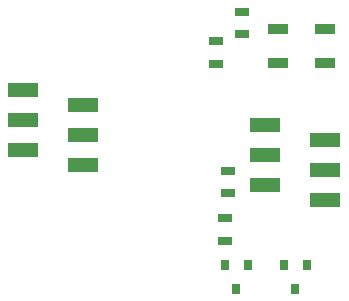
<source format=gbp>
G04 #@! TF.GenerationSoftware,KiCad,Pcbnew,(5.99.0-492-g30da2b31e)*
G04 #@! TF.CreationDate,2019-12-11T09:50:33+01:00*
G04 #@! TF.ProjectId,LED_Panel_Hex,4c45445f-5061-46e6-956c-5f4865782e6b,rev?*
G04 #@! TF.SameCoordinates,Original*
G04 #@! TF.FileFunction,Paste,Bot*
G04 #@! TF.FilePolarity,Positive*
%FSLAX46Y46*%
G04 Gerber Fmt 4.6, Leading zero omitted, Abs format (unit mm)*
G04 Created by KiCad (PCBNEW (5.99.0-492-g30da2b31e)) date 2019-12-11 09:50:33*
%MOMM*%
%LPD*%
G04 APERTURE LIST*
%ADD10R,1.300000X0.700000*%
%ADD11R,2.540000X1.270000*%
%ADD12R,0.800000X0.900000*%
%ADD13R,1.700000X0.900000*%
G04 APERTURE END LIST*
D10*
X126250000Y-100450000D03*
X126250000Y-98550000D03*
X126500000Y-96450000D03*
X126500000Y-94550000D03*
X125500000Y-83550000D03*
X125500000Y-85450000D03*
X127750000Y-82950000D03*
X127750000Y-81050000D03*
D11*
X129710000Y-90690000D03*
X134790000Y-91960000D03*
X129710000Y-93230000D03*
X134790000Y-94500000D03*
X129710000Y-95770000D03*
X134790000Y-97040000D03*
X109210000Y-87690000D03*
X114290000Y-88960000D03*
X109210000Y-90230000D03*
X114290000Y-91500000D03*
X109210000Y-92770000D03*
X114290000Y-94040000D03*
D12*
X131300000Y-102500000D03*
X133200000Y-102500000D03*
X132250000Y-104500000D03*
X126300000Y-102500000D03*
X128200000Y-102500000D03*
X127250000Y-104500000D03*
D13*
X134750000Y-85400000D03*
X134750000Y-82500000D03*
X130750000Y-85400000D03*
X130750000Y-82500000D03*
M02*

</source>
